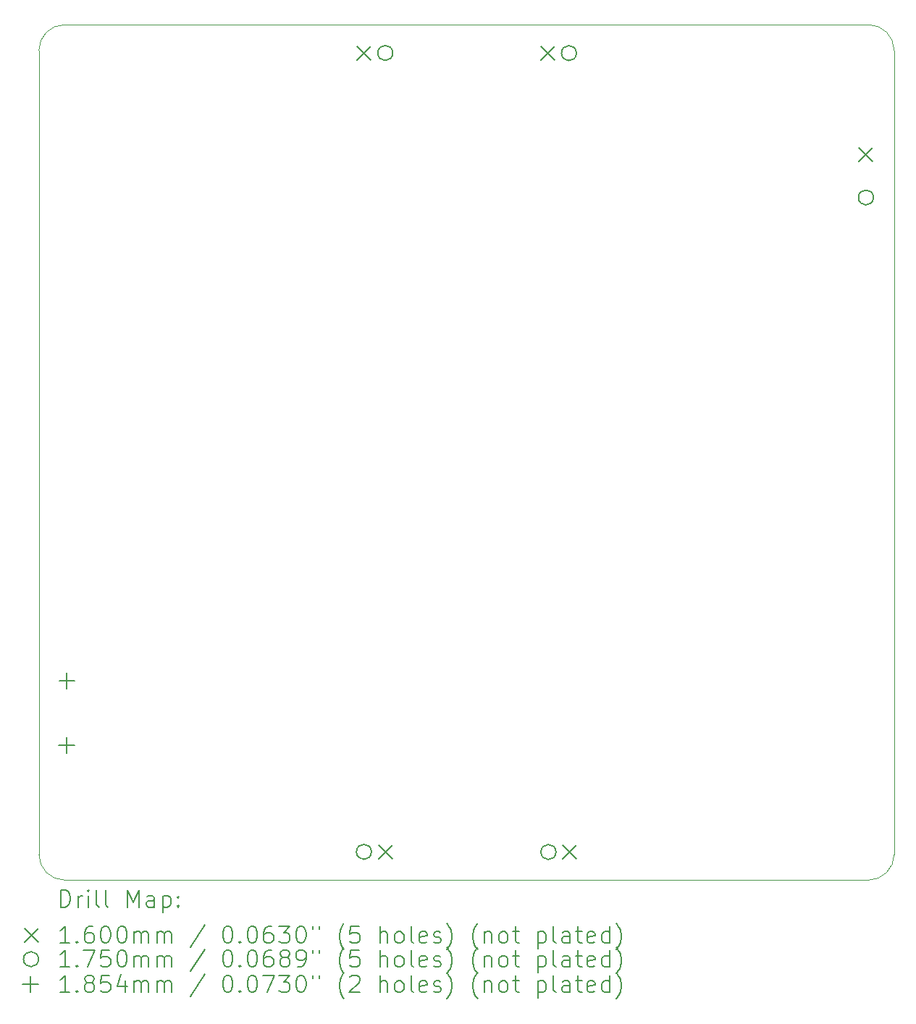
<source format=gbr>
%TF.GenerationSoftware,KiCad,Pcbnew,7.0.10*%
%TF.CreationDate,2025-07-14T05:47:37-04:00*%
%TF.ProjectId,bms-board,626d732d-626f-4617-9264-2e6b69636164,rev?*%
%TF.SameCoordinates,Original*%
%TF.FileFunction,Drillmap*%
%TF.FilePolarity,Positive*%
%FSLAX45Y45*%
G04 Gerber Fmt 4.5, Leading zero omitted, Abs format (unit mm)*
G04 Created by KiCad (PCBNEW 7.0.10) date 2025-07-14 05:47:37*
%MOMM*%
%LPD*%
G01*
G04 APERTURE LIST*
%ADD10C,0.100000*%
%ADD11C,0.200000*%
%ADD12C,0.160000*%
%ADD13C,0.175000*%
%ADD14C,0.185420*%
G04 APERTURE END LIST*
D10*
X8590000Y-14620000D02*
X8590000Y-5220000D01*
X8889933Y-4919999D02*
G75*
G03*
X8589933Y-5219933I-4J-299996D01*
G01*
X18290000Y-14920000D02*
G75*
G03*
X18590000Y-14620000I0J300000D01*
G01*
X18290000Y-14920000D02*
X8890000Y-14920000D01*
X18590000Y-5220000D02*
X18590000Y-14620000D01*
X8590000Y-14620000D02*
G75*
G03*
X8890000Y-14920000I300000J0D01*
G01*
X18590000Y-5220000D02*
G75*
G03*
X18290000Y-4920000I-300000J0D01*
G01*
X8889933Y-4920000D02*
X18290000Y-4920000D01*
D11*
D12*
X12310000Y-5170000D02*
X12470000Y-5330000D01*
X12470000Y-5170000D02*
X12310000Y-5330000D01*
X12560000Y-14510000D02*
X12720000Y-14670000D01*
X12720000Y-14510000D02*
X12560000Y-14670000D01*
X14457575Y-5172000D02*
X14617575Y-5332000D01*
X14617575Y-5172000D02*
X14457575Y-5332000D01*
X14717575Y-14512000D02*
X14877575Y-14672000D01*
X14877575Y-14512000D02*
X14717575Y-14672000D01*
X18180000Y-6360000D02*
X18340000Y-6520000D01*
X18340000Y-6360000D02*
X18180000Y-6520000D01*
D13*
X12477500Y-14590000D02*
G75*
G03*
X12302500Y-14590000I-87500J0D01*
G01*
X12302500Y-14590000D02*
G75*
G03*
X12477500Y-14590000I87500J0D01*
G01*
X12727500Y-5250000D02*
G75*
G03*
X12552500Y-5250000I-87500J0D01*
G01*
X12552500Y-5250000D02*
G75*
G03*
X12727500Y-5250000I87500J0D01*
G01*
X14635075Y-14592000D02*
G75*
G03*
X14460075Y-14592000I-87500J0D01*
G01*
X14460075Y-14592000D02*
G75*
G03*
X14635075Y-14592000I87500J0D01*
G01*
X14875075Y-5252000D02*
G75*
G03*
X14700075Y-5252000I-87500J0D01*
G01*
X14700075Y-5252000D02*
G75*
G03*
X14875075Y-5252000I87500J0D01*
G01*
X18347500Y-6940000D02*
G75*
G03*
X18172500Y-6940000I-87500J0D01*
G01*
X18172500Y-6940000D02*
G75*
G03*
X18347500Y-6940000I87500J0D01*
G01*
D14*
X8915810Y-13247290D02*
X8915810Y-13432710D01*
X8823100Y-13340000D02*
X9008520Y-13340000D01*
X8917810Y-12497290D02*
X8917810Y-12682710D01*
X8825100Y-12590000D02*
X9010520Y-12590000D01*
D11*
X8845710Y-15236484D02*
X8845710Y-15036484D01*
X8845710Y-15036484D02*
X8893329Y-15036484D01*
X8893329Y-15036484D02*
X8921901Y-15046008D01*
X8921901Y-15046008D02*
X8940948Y-15065055D01*
X8940948Y-15065055D02*
X8950472Y-15084103D01*
X8950472Y-15084103D02*
X8959996Y-15122198D01*
X8959996Y-15122198D02*
X8959996Y-15150769D01*
X8959996Y-15150769D02*
X8950472Y-15188865D01*
X8950472Y-15188865D02*
X8940948Y-15207912D01*
X8940948Y-15207912D02*
X8921901Y-15226960D01*
X8921901Y-15226960D02*
X8893329Y-15236484D01*
X8893329Y-15236484D02*
X8845710Y-15236484D01*
X9045710Y-15236484D02*
X9045710Y-15103150D01*
X9045710Y-15141246D02*
X9055234Y-15122198D01*
X9055234Y-15122198D02*
X9064758Y-15112674D01*
X9064758Y-15112674D02*
X9083805Y-15103150D01*
X9083805Y-15103150D02*
X9102853Y-15103150D01*
X9169520Y-15236484D02*
X9169520Y-15103150D01*
X9169520Y-15036484D02*
X9159996Y-15046008D01*
X9159996Y-15046008D02*
X9169520Y-15055531D01*
X9169520Y-15055531D02*
X9179044Y-15046008D01*
X9179044Y-15046008D02*
X9169520Y-15036484D01*
X9169520Y-15036484D02*
X9169520Y-15055531D01*
X9293329Y-15236484D02*
X9274282Y-15226960D01*
X9274282Y-15226960D02*
X9264758Y-15207912D01*
X9264758Y-15207912D02*
X9264758Y-15036484D01*
X9398091Y-15236484D02*
X9379044Y-15226960D01*
X9379044Y-15226960D02*
X9369520Y-15207912D01*
X9369520Y-15207912D02*
X9369520Y-15036484D01*
X9626663Y-15236484D02*
X9626663Y-15036484D01*
X9626663Y-15036484D02*
X9693329Y-15179341D01*
X9693329Y-15179341D02*
X9759996Y-15036484D01*
X9759996Y-15036484D02*
X9759996Y-15236484D01*
X9940948Y-15236484D02*
X9940948Y-15131722D01*
X9940948Y-15131722D02*
X9931425Y-15112674D01*
X9931425Y-15112674D02*
X9912377Y-15103150D01*
X9912377Y-15103150D02*
X9874282Y-15103150D01*
X9874282Y-15103150D02*
X9855234Y-15112674D01*
X9940948Y-15226960D02*
X9921901Y-15236484D01*
X9921901Y-15236484D02*
X9874282Y-15236484D01*
X9874282Y-15236484D02*
X9855234Y-15226960D01*
X9855234Y-15226960D02*
X9845710Y-15207912D01*
X9845710Y-15207912D02*
X9845710Y-15188865D01*
X9845710Y-15188865D02*
X9855234Y-15169817D01*
X9855234Y-15169817D02*
X9874282Y-15160293D01*
X9874282Y-15160293D02*
X9921901Y-15160293D01*
X9921901Y-15160293D02*
X9940948Y-15150769D01*
X10036186Y-15103150D02*
X10036186Y-15303150D01*
X10036186Y-15112674D02*
X10055234Y-15103150D01*
X10055234Y-15103150D02*
X10093329Y-15103150D01*
X10093329Y-15103150D02*
X10112377Y-15112674D01*
X10112377Y-15112674D02*
X10121901Y-15122198D01*
X10121901Y-15122198D02*
X10131425Y-15141246D01*
X10131425Y-15141246D02*
X10131425Y-15198388D01*
X10131425Y-15198388D02*
X10121901Y-15217436D01*
X10121901Y-15217436D02*
X10112377Y-15226960D01*
X10112377Y-15226960D02*
X10093329Y-15236484D01*
X10093329Y-15236484D02*
X10055234Y-15236484D01*
X10055234Y-15236484D02*
X10036186Y-15226960D01*
X10217139Y-15217436D02*
X10226663Y-15226960D01*
X10226663Y-15226960D02*
X10217139Y-15236484D01*
X10217139Y-15236484D02*
X10207615Y-15226960D01*
X10207615Y-15226960D02*
X10217139Y-15217436D01*
X10217139Y-15217436D02*
X10217139Y-15236484D01*
X10217139Y-15112674D02*
X10226663Y-15122198D01*
X10226663Y-15122198D02*
X10217139Y-15131722D01*
X10217139Y-15131722D02*
X10207615Y-15122198D01*
X10207615Y-15122198D02*
X10217139Y-15112674D01*
X10217139Y-15112674D02*
X10217139Y-15131722D01*
D12*
X8424933Y-15485000D02*
X8584933Y-15645000D01*
X8584933Y-15485000D02*
X8424933Y-15645000D01*
D11*
X8950472Y-15656484D02*
X8836186Y-15656484D01*
X8893329Y-15656484D02*
X8893329Y-15456484D01*
X8893329Y-15456484D02*
X8874282Y-15485055D01*
X8874282Y-15485055D02*
X8855234Y-15504103D01*
X8855234Y-15504103D02*
X8836186Y-15513627D01*
X9036186Y-15637436D02*
X9045710Y-15646960D01*
X9045710Y-15646960D02*
X9036186Y-15656484D01*
X9036186Y-15656484D02*
X9026663Y-15646960D01*
X9026663Y-15646960D02*
X9036186Y-15637436D01*
X9036186Y-15637436D02*
X9036186Y-15656484D01*
X9217139Y-15456484D02*
X9179044Y-15456484D01*
X9179044Y-15456484D02*
X9159996Y-15466008D01*
X9159996Y-15466008D02*
X9150472Y-15475531D01*
X9150472Y-15475531D02*
X9131425Y-15504103D01*
X9131425Y-15504103D02*
X9121901Y-15542198D01*
X9121901Y-15542198D02*
X9121901Y-15618388D01*
X9121901Y-15618388D02*
X9131425Y-15637436D01*
X9131425Y-15637436D02*
X9140948Y-15646960D01*
X9140948Y-15646960D02*
X9159996Y-15656484D01*
X9159996Y-15656484D02*
X9198091Y-15656484D01*
X9198091Y-15656484D02*
X9217139Y-15646960D01*
X9217139Y-15646960D02*
X9226663Y-15637436D01*
X9226663Y-15637436D02*
X9236186Y-15618388D01*
X9236186Y-15618388D02*
X9236186Y-15570769D01*
X9236186Y-15570769D02*
X9226663Y-15551722D01*
X9226663Y-15551722D02*
X9217139Y-15542198D01*
X9217139Y-15542198D02*
X9198091Y-15532674D01*
X9198091Y-15532674D02*
X9159996Y-15532674D01*
X9159996Y-15532674D02*
X9140948Y-15542198D01*
X9140948Y-15542198D02*
X9131425Y-15551722D01*
X9131425Y-15551722D02*
X9121901Y-15570769D01*
X9359996Y-15456484D02*
X9379044Y-15456484D01*
X9379044Y-15456484D02*
X9398091Y-15466008D01*
X9398091Y-15466008D02*
X9407615Y-15475531D01*
X9407615Y-15475531D02*
X9417139Y-15494579D01*
X9417139Y-15494579D02*
X9426663Y-15532674D01*
X9426663Y-15532674D02*
X9426663Y-15580293D01*
X9426663Y-15580293D02*
X9417139Y-15618388D01*
X9417139Y-15618388D02*
X9407615Y-15637436D01*
X9407615Y-15637436D02*
X9398091Y-15646960D01*
X9398091Y-15646960D02*
X9379044Y-15656484D01*
X9379044Y-15656484D02*
X9359996Y-15656484D01*
X9359996Y-15656484D02*
X9340948Y-15646960D01*
X9340948Y-15646960D02*
X9331425Y-15637436D01*
X9331425Y-15637436D02*
X9321901Y-15618388D01*
X9321901Y-15618388D02*
X9312377Y-15580293D01*
X9312377Y-15580293D02*
X9312377Y-15532674D01*
X9312377Y-15532674D02*
X9321901Y-15494579D01*
X9321901Y-15494579D02*
X9331425Y-15475531D01*
X9331425Y-15475531D02*
X9340948Y-15466008D01*
X9340948Y-15466008D02*
X9359996Y-15456484D01*
X9550472Y-15456484D02*
X9569520Y-15456484D01*
X9569520Y-15456484D02*
X9588567Y-15466008D01*
X9588567Y-15466008D02*
X9598091Y-15475531D01*
X9598091Y-15475531D02*
X9607615Y-15494579D01*
X9607615Y-15494579D02*
X9617139Y-15532674D01*
X9617139Y-15532674D02*
X9617139Y-15580293D01*
X9617139Y-15580293D02*
X9607615Y-15618388D01*
X9607615Y-15618388D02*
X9598091Y-15637436D01*
X9598091Y-15637436D02*
X9588567Y-15646960D01*
X9588567Y-15646960D02*
X9569520Y-15656484D01*
X9569520Y-15656484D02*
X9550472Y-15656484D01*
X9550472Y-15656484D02*
X9531425Y-15646960D01*
X9531425Y-15646960D02*
X9521901Y-15637436D01*
X9521901Y-15637436D02*
X9512377Y-15618388D01*
X9512377Y-15618388D02*
X9502853Y-15580293D01*
X9502853Y-15580293D02*
X9502853Y-15532674D01*
X9502853Y-15532674D02*
X9512377Y-15494579D01*
X9512377Y-15494579D02*
X9521901Y-15475531D01*
X9521901Y-15475531D02*
X9531425Y-15466008D01*
X9531425Y-15466008D02*
X9550472Y-15456484D01*
X9702853Y-15656484D02*
X9702853Y-15523150D01*
X9702853Y-15542198D02*
X9712377Y-15532674D01*
X9712377Y-15532674D02*
X9731425Y-15523150D01*
X9731425Y-15523150D02*
X9759996Y-15523150D01*
X9759996Y-15523150D02*
X9779044Y-15532674D01*
X9779044Y-15532674D02*
X9788567Y-15551722D01*
X9788567Y-15551722D02*
X9788567Y-15656484D01*
X9788567Y-15551722D02*
X9798091Y-15532674D01*
X9798091Y-15532674D02*
X9817139Y-15523150D01*
X9817139Y-15523150D02*
X9845710Y-15523150D01*
X9845710Y-15523150D02*
X9864758Y-15532674D01*
X9864758Y-15532674D02*
X9874282Y-15551722D01*
X9874282Y-15551722D02*
X9874282Y-15656484D01*
X9969520Y-15656484D02*
X9969520Y-15523150D01*
X9969520Y-15542198D02*
X9979044Y-15532674D01*
X9979044Y-15532674D02*
X9998091Y-15523150D01*
X9998091Y-15523150D02*
X10026663Y-15523150D01*
X10026663Y-15523150D02*
X10045710Y-15532674D01*
X10045710Y-15532674D02*
X10055234Y-15551722D01*
X10055234Y-15551722D02*
X10055234Y-15656484D01*
X10055234Y-15551722D02*
X10064758Y-15532674D01*
X10064758Y-15532674D02*
X10083806Y-15523150D01*
X10083806Y-15523150D02*
X10112377Y-15523150D01*
X10112377Y-15523150D02*
X10131425Y-15532674D01*
X10131425Y-15532674D02*
X10140948Y-15551722D01*
X10140948Y-15551722D02*
X10140948Y-15656484D01*
X10531425Y-15446960D02*
X10359996Y-15704103D01*
X10788568Y-15456484D02*
X10807615Y-15456484D01*
X10807615Y-15456484D02*
X10826663Y-15466008D01*
X10826663Y-15466008D02*
X10836187Y-15475531D01*
X10836187Y-15475531D02*
X10845710Y-15494579D01*
X10845710Y-15494579D02*
X10855234Y-15532674D01*
X10855234Y-15532674D02*
X10855234Y-15580293D01*
X10855234Y-15580293D02*
X10845710Y-15618388D01*
X10845710Y-15618388D02*
X10836187Y-15637436D01*
X10836187Y-15637436D02*
X10826663Y-15646960D01*
X10826663Y-15646960D02*
X10807615Y-15656484D01*
X10807615Y-15656484D02*
X10788568Y-15656484D01*
X10788568Y-15656484D02*
X10769520Y-15646960D01*
X10769520Y-15646960D02*
X10759996Y-15637436D01*
X10759996Y-15637436D02*
X10750472Y-15618388D01*
X10750472Y-15618388D02*
X10740949Y-15580293D01*
X10740949Y-15580293D02*
X10740949Y-15532674D01*
X10740949Y-15532674D02*
X10750472Y-15494579D01*
X10750472Y-15494579D02*
X10759996Y-15475531D01*
X10759996Y-15475531D02*
X10769520Y-15466008D01*
X10769520Y-15466008D02*
X10788568Y-15456484D01*
X10940949Y-15637436D02*
X10950472Y-15646960D01*
X10950472Y-15646960D02*
X10940949Y-15656484D01*
X10940949Y-15656484D02*
X10931425Y-15646960D01*
X10931425Y-15646960D02*
X10940949Y-15637436D01*
X10940949Y-15637436D02*
X10940949Y-15656484D01*
X11074282Y-15456484D02*
X11093330Y-15456484D01*
X11093330Y-15456484D02*
X11112377Y-15466008D01*
X11112377Y-15466008D02*
X11121901Y-15475531D01*
X11121901Y-15475531D02*
X11131425Y-15494579D01*
X11131425Y-15494579D02*
X11140949Y-15532674D01*
X11140949Y-15532674D02*
X11140949Y-15580293D01*
X11140949Y-15580293D02*
X11131425Y-15618388D01*
X11131425Y-15618388D02*
X11121901Y-15637436D01*
X11121901Y-15637436D02*
X11112377Y-15646960D01*
X11112377Y-15646960D02*
X11093330Y-15656484D01*
X11093330Y-15656484D02*
X11074282Y-15656484D01*
X11074282Y-15656484D02*
X11055234Y-15646960D01*
X11055234Y-15646960D02*
X11045710Y-15637436D01*
X11045710Y-15637436D02*
X11036187Y-15618388D01*
X11036187Y-15618388D02*
X11026663Y-15580293D01*
X11026663Y-15580293D02*
X11026663Y-15532674D01*
X11026663Y-15532674D02*
X11036187Y-15494579D01*
X11036187Y-15494579D02*
X11045710Y-15475531D01*
X11045710Y-15475531D02*
X11055234Y-15466008D01*
X11055234Y-15466008D02*
X11074282Y-15456484D01*
X11312377Y-15456484D02*
X11274282Y-15456484D01*
X11274282Y-15456484D02*
X11255234Y-15466008D01*
X11255234Y-15466008D02*
X11245710Y-15475531D01*
X11245710Y-15475531D02*
X11226663Y-15504103D01*
X11226663Y-15504103D02*
X11217139Y-15542198D01*
X11217139Y-15542198D02*
X11217139Y-15618388D01*
X11217139Y-15618388D02*
X11226663Y-15637436D01*
X11226663Y-15637436D02*
X11236187Y-15646960D01*
X11236187Y-15646960D02*
X11255234Y-15656484D01*
X11255234Y-15656484D02*
X11293329Y-15656484D01*
X11293329Y-15656484D02*
X11312377Y-15646960D01*
X11312377Y-15646960D02*
X11321901Y-15637436D01*
X11321901Y-15637436D02*
X11331425Y-15618388D01*
X11331425Y-15618388D02*
X11331425Y-15570769D01*
X11331425Y-15570769D02*
X11321901Y-15551722D01*
X11321901Y-15551722D02*
X11312377Y-15542198D01*
X11312377Y-15542198D02*
X11293329Y-15532674D01*
X11293329Y-15532674D02*
X11255234Y-15532674D01*
X11255234Y-15532674D02*
X11236187Y-15542198D01*
X11236187Y-15542198D02*
X11226663Y-15551722D01*
X11226663Y-15551722D02*
X11217139Y-15570769D01*
X11398091Y-15456484D02*
X11521901Y-15456484D01*
X11521901Y-15456484D02*
X11455234Y-15532674D01*
X11455234Y-15532674D02*
X11483806Y-15532674D01*
X11483806Y-15532674D02*
X11502853Y-15542198D01*
X11502853Y-15542198D02*
X11512377Y-15551722D01*
X11512377Y-15551722D02*
X11521901Y-15570769D01*
X11521901Y-15570769D02*
X11521901Y-15618388D01*
X11521901Y-15618388D02*
X11512377Y-15637436D01*
X11512377Y-15637436D02*
X11502853Y-15646960D01*
X11502853Y-15646960D02*
X11483806Y-15656484D01*
X11483806Y-15656484D02*
X11426663Y-15656484D01*
X11426663Y-15656484D02*
X11407615Y-15646960D01*
X11407615Y-15646960D02*
X11398091Y-15637436D01*
X11645710Y-15456484D02*
X11664758Y-15456484D01*
X11664758Y-15456484D02*
X11683806Y-15466008D01*
X11683806Y-15466008D02*
X11693329Y-15475531D01*
X11693329Y-15475531D02*
X11702853Y-15494579D01*
X11702853Y-15494579D02*
X11712377Y-15532674D01*
X11712377Y-15532674D02*
X11712377Y-15580293D01*
X11712377Y-15580293D02*
X11702853Y-15618388D01*
X11702853Y-15618388D02*
X11693329Y-15637436D01*
X11693329Y-15637436D02*
X11683806Y-15646960D01*
X11683806Y-15646960D02*
X11664758Y-15656484D01*
X11664758Y-15656484D02*
X11645710Y-15656484D01*
X11645710Y-15656484D02*
X11626663Y-15646960D01*
X11626663Y-15646960D02*
X11617139Y-15637436D01*
X11617139Y-15637436D02*
X11607615Y-15618388D01*
X11607615Y-15618388D02*
X11598091Y-15580293D01*
X11598091Y-15580293D02*
X11598091Y-15532674D01*
X11598091Y-15532674D02*
X11607615Y-15494579D01*
X11607615Y-15494579D02*
X11617139Y-15475531D01*
X11617139Y-15475531D02*
X11626663Y-15466008D01*
X11626663Y-15466008D02*
X11645710Y-15456484D01*
X11788568Y-15456484D02*
X11788568Y-15494579D01*
X11864758Y-15456484D02*
X11864758Y-15494579D01*
X12159996Y-15732674D02*
X12150472Y-15723150D01*
X12150472Y-15723150D02*
X12131425Y-15694579D01*
X12131425Y-15694579D02*
X12121901Y-15675531D01*
X12121901Y-15675531D02*
X12112377Y-15646960D01*
X12112377Y-15646960D02*
X12102853Y-15599341D01*
X12102853Y-15599341D02*
X12102853Y-15561246D01*
X12102853Y-15561246D02*
X12112377Y-15513627D01*
X12112377Y-15513627D02*
X12121901Y-15485055D01*
X12121901Y-15485055D02*
X12131425Y-15466008D01*
X12131425Y-15466008D02*
X12150472Y-15437436D01*
X12150472Y-15437436D02*
X12159996Y-15427912D01*
X12331425Y-15456484D02*
X12236187Y-15456484D01*
X12236187Y-15456484D02*
X12226663Y-15551722D01*
X12226663Y-15551722D02*
X12236187Y-15542198D01*
X12236187Y-15542198D02*
X12255234Y-15532674D01*
X12255234Y-15532674D02*
X12302853Y-15532674D01*
X12302853Y-15532674D02*
X12321901Y-15542198D01*
X12321901Y-15542198D02*
X12331425Y-15551722D01*
X12331425Y-15551722D02*
X12340949Y-15570769D01*
X12340949Y-15570769D02*
X12340949Y-15618388D01*
X12340949Y-15618388D02*
X12331425Y-15637436D01*
X12331425Y-15637436D02*
X12321901Y-15646960D01*
X12321901Y-15646960D02*
X12302853Y-15656484D01*
X12302853Y-15656484D02*
X12255234Y-15656484D01*
X12255234Y-15656484D02*
X12236187Y-15646960D01*
X12236187Y-15646960D02*
X12226663Y-15637436D01*
X12579044Y-15656484D02*
X12579044Y-15456484D01*
X12664758Y-15656484D02*
X12664758Y-15551722D01*
X12664758Y-15551722D02*
X12655234Y-15532674D01*
X12655234Y-15532674D02*
X12636187Y-15523150D01*
X12636187Y-15523150D02*
X12607615Y-15523150D01*
X12607615Y-15523150D02*
X12588568Y-15532674D01*
X12588568Y-15532674D02*
X12579044Y-15542198D01*
X12788568Y-15656484D02*
X12769520Y-15646960D01*
X12769520Y-15646960D02*
X12759996Y-15637436D01*
X12759996Y-15637436D02*
X12750472Y-15618388D01*
X12750472Y-15618388D02*
X12750472Y-15561246D01*
X12750472Y-15561246D02*
X12759996Y-15542198D01*
X12759996Y-15542198D02*
X12769520Y-15532674D01*
X12769520Y-15532674D02*
X12788568Y-15523150D01*
X12788568Y-15523150D02*
X12817139Y-15523150D01*
X12817139Y-15523150D02*
X12836187Y-15532674D01*
X12836187Y-15532674D02*
X12845711Y-15542198D01*
X12845711Y-15542198D02*
X12855234Y-15561246D01*
X12855234Y-15561246D02*
X12855234Y-15618388D01*
X12855234Y-15618388D02*
X12845711Y-15637436D01*
X12845711Y-15637436D02*
X12836187Y-15646960D01*
X12836187Y-15646960D02*
X12817139Y-15656484D01*
X12817139Y-15656484D02*
X12788568Y-15656484D01*
X12969520Y-15656484D02*
X12950472Y-15646960D01*
X12950472Y-15646960D02*
X12940949Y-15627912D01*
X12940949Y-15627912D02*
X12940949Y-15456484D01*
X13121901Y-15646960D02*
X13102853Y-15656484D01*
X13102853Y-15656484D02*
X13064758Y-15656484D01*
X13064758Y-15656484D02*
X13045711Y-15646960D01*
X13045711Y-15646960D02*
X13036187Y-15627912D01*
X13036187Y-15627912D02*
X13036187Y-15551722D01*
X13036187Y-15551722D02*
X13045711Y-15532674D01*
X13045711Y-15532674D02*
X13064758Y-15523150D01*
X13064758Y-15523150D02*
X13102853Y-15523150D01*
X13102853Y-15523150D02*
X13121901Y-15532674D01*
X13121901Y-15532674D02*
X13131425Y-15551722D01*
X13131425Y-15551722D02*
X13131425Y-15570769D01*
X13131425Y-15570769D02*
X13036187Y-15589817D01*
X13207615Y-15646960D02*
X13226663Y-15656484D01*
X13226663Y-15656484D02*
X13264758Y-15656484D01*
X13264758Y-15656484D02*
X13283806Y-15646960D01*
X13283806Y-15646960D02*
X13293330Y-15627912D01*
X13293330Y-15627912D02*
X13293330Y-15618388D01*
X13293330Y-15618388D02*
X13283806Y-15599341D01*
X13283806Y-15599341D02*
X13264758Y-15589817D01*
X13264758Y-15589817D02*
X13236187Y-15589817D01*
X13236187Y-15589817D02*
X13217139Y-15580293D01*
X13217139Y-15580293D02*
X13207615Y-15561246D01*
X13207615Y-15561246D02*
X13207615Y-15551722D01*
X13207615Y-15551722D02*
X13217139Y-15532674D01*
X13217139Y-15532674D02*
X13236187Y-15523150D01*
X13236187Y-15523150D02*
X13264758Y-15523150D01*
X13264758Y-15523150D02*
X13283806Y-15532674D01*
X13359996Y-15732674D02*
X13369520Y-15723150D01*
X13369520Y-15723150D02*
X13388568Y-15694579D01*
X13388568Y-15694579D02*
X13398092Y-15675531D01*
X13398092Y-15675531D02*
X13407615Y-15646960D01*
X13407615Y-15646960D02*
X13417139Y-15599341D01*
X13417139Y-15599341D02*
X13417139Y-15561246D01*
X13417139Y-15561246D02*
X13407615Y-15513627D01*
X13407615Y-15513627D02*
X13398092Y-15485055D01*
X13398092Y-15485055D02*
X13388568Y-15466008D01*
X13388568Y-15466008D02*
X13369520Y-15437436D01*
X13369520Y-15437436D02*
X13359996Y-15427912D01*
X13721901Y-15732674D02*
X13712377Y-15723150D01*
X13712377Y-15723150D02*
X13693330Y-15694579D01*
X13693330Y-15694579D02*
X13683806Y-15675531D01*
X13683806Y-15675531D02*
X13674282Y-15646960D01*
X13674282Y-15646960D02*
X13664758Y-15599341D01*
X13664758Y-15599341D02*
X13664758Y-15561246D01*
X13664758Y-15561246D02*
X13674282Y-15513627D01*
X13674282Y-15513627D02*
X13683806Y-15485055D01*
X13683806Y-15485055D02*
X13693330Y-15466008D01*
X13693330Y-15466008D02*
X13712377Y-15437436D01*
X13712377Y-15437436D02*
X13721901Y-15427912D01*
X13798092Y-15523150D02*
X13798092Y-15656484D01*
X13798092Y-15542198D02*
X13807615Y-15532674D01*
X13807615Y-15532674D02*
X13826663Y-15523150D01*
X13826663Y-15523150D02*
X13855234Y-15523150D01*
X13855234Y-15523150D02*
X13874282Y-15532674D01*
X13874282Y-15532674D02*
X13883806Y-15551722D01*
X13883806Y-15551722D02*
X13883806Y-15656484D01*
X14007615Y-15656484D02*
X13988568Y-15646960D01*
X13988568Y-15646960D02*
X13979044Y-15637436D01*
X13979044Y-15637436D02*
X13969520Y-15618388D01*
X13969520Y-15618388D02*
X13969520Y-15561246D01*
X13969520Y-15561246D02*
X13979044Y-15542198D01*
X13979044Y-15542198D02*
X13988568Y-15532674D01*
X13988568Y-15532674D02*
X14007615Y-15523150D01*
X14007615Y-15523150D02*
X14036187Y-15523150D01*
X14036187Y-15523150D02*
X14055234Y-15532674D01*
X14055234Y-15532674D02*
X14064758Y-15542198D01*
X14064758Y-15542198D02*
X14074282Y-15561246D01*
X14074282Y-15561246D02*
X14074282Y-15618388D01*
X14074282Y-15618388D02*
X14064758Y-15637436D01*
X14064758Y-15637436D02*
X14055234Y-15646960D01*
X14055234Y-15646960D02*
X14036187Y-15656484D01*
X14036187Y-15656484D02*
X14007615Y-15656484D01*
X14131425Y-15523150D02*
X14207615Y-15523150D01*
X14159996Y-15456484D02*
X14159996Y-15627912D01*
X14159996Y-15627912D02*
X14169520Y-15646960D01*
X14169520Y-15646960D02*
X14188568Y-15656484D01*
X14188568Y-15656484D02*
X14207615Y-15656484D01*
X14426663Y-15523150D02*
X14426663Y-15723150D01*
X14426663Y-15532674D02*
X14445711Y-15523150D01*
X14445711Y-15523150D02*
X14483806Y-15523150D01*
X14483806Y-15523150D02*
X14502854Y-15532674D01*
X14502854Y-15532674D02*
X14512377Y-15542198D01*
X14512377Y-15542198D02*
X14521901Y-15561246D01*
X14521901Y-15561246D02*
X14521901Y-15618388D01*
X14521901Y-15618388D02*
X14512377Y-15637436D01*
X14512377Y-15637436D02*
X14502854Y-15646960D01*
X14502854Y-15646960D02*
X14483806Y-15656484D01*
X14483806Y-15656484D02*
X14445711Y-15656484D01*
X14445711Y-15656484D02*
X14426663Y-15646960D01*
X14636187Y-15656484D02*
X14617139Y-15646960D01*
X14617139Y-15646960D02*
X14607615Y-15627912D01*
X14607615Y-15627912D02*
X14607615Y-15456484D01*
X14798092Y-15656484D02*
X14798092Y-15551722D01*
X14798092Y-15551722D02*
X14788568Y-15532674D01*
X14788568Y-15532674D02*
X14769520Y-15523150D01*
X14769520Y-15523150D02*
X14731425Y-15523150D01*
X14731425Y-15523150D02*
X14712377Y-15532674D01*
X14798092Y-15646960D02*
X14779044Y-15656484D01*
X14779044Y-15656484D02*
X14731425Y-15656484D01*
X14731425Y-15656484D02*
X14712377Y-15646960D01*
X14712377Y-15646960D02*
X14702854Y-15627912D01*
X14702854Y-15627912D02*
X14702854Y-15608865D01*
X14702854Y-15608865D02*
X14712377Y-15589817D01*
X14712377Y-15589817D02*
X14731425Y-15580293D01*
X14731425Y-15580293D02*
X14779044Y-15580293D01*
X14779044Y-15580293D02*
X14798092Y-15570769D01*
X14864758Y-15523150D02*
X14940949Y-15523150D01*
X14893330Y-15456484D02*
X14893330Y-15627912D01*
X14893330Y-15627912D02*
X14902854Y-15646960D01*
X14902854Y-15646960D02*
X14921901Y-15656484D01*
X14921901Y-15656484D02*
X14940949Y-15656484D01*
X15083806Y-15646960D02*
X15064758Y-15656484D01*
X15064758Y-15656484D02*
X15026663Y-15656484D01*
X15026663Y-15656484D02*
X15007615Y-15646960D01*
X15007615Y-15646960D02*
X14998092Y-15627912D01*
X14998092Y-15627912D02*
X14998092Y-15551722D01*
X14998092Y-15551722D02*
X15007615Y-15532674D01*
X15007615Y-15532674D02*
X15026663Y-15523150D01*
X15026663Y-15523150D02*
X15064758Y-15523150D01*
X15064758Y-15523150D02*
X15083806Y-15532674D01*
X15083806Y-15532674D02*
X15093330Y-15551722D01*
X15093330Y-15551722D02*
X15093330Y-15570769D01*
X15093330Y-15570769D02*
X14998092Y-15589817D01*
X15264758Y-15656484D02*
X15264758Y-15456484D01*
X15264758Y-15646960D02*
X15245711Y-15656484D01*
X15245711Y-15656484D02*
X15207615Y-15656484D01*
X15207615Y-15656484D02*
X15188568Y-15646960D01*
X15188568Y-15646960D02*
X15179044Y-15637436D01*
X15179044Y-15637436D02*
X15169520Y-15618388D01*
X15169520Y-15618388D02*
X15169520Y-15561246D01*
X15169520Y-15561246D02*
X15179044Y-15542198D01*
X15179044Y-15542198D02*
X15188568Y-15532674D01*
X15188568Y-15532674D02*
X15207615Y-15523150D01*
X15207615Y-15523150D02*
X15245711Y-15523150D01*
X15245711Y-15523150D02*
X15264758Y-15532674D01*
X15340949Y-15732674D02*
X15350473Y-15723150D01*
X15350473Y-15723150D02*
X15369520Y-15694579D01*
X15369520Y-15694579D02*
X15379044Y-15675531D01*
X15379044Y-15675531D02*
X15388568Y-15646960D01*
X15388568Y-15646960D02*
X15398092Y-15599341D01*
X15398092Y-15599341D02*
X15398092Y-15561246D01*
X15398092Y-15561246D02*
X15388568Y-15513627D01*
X15388568Y-15513627D02*
X15379044Y-15485055D01*
X15379044Y-15485055D02*
X15369520Y-15466008D01*
X15369520Y-15466008D02*
X15350473Y-15437436D01*
X15350473Y-15437436D02*
X15340949Y-15427912D01*
D13*
X8584933Y-15845000D02*
G75*
G03*
X8409933Y-15845000I-87500J0D01*
G01*
X8409933Y-15845000D02*
G75*
G03*
X8584933Y-15845000I87500J0D01*
G01*
D11*
X8950472Y-15936484D02*
X8836186Y-15936484D01*
X8893329Y-15936484D02*
X8893329Y-15736484D01*
X8893329Y-15736484D02*
X8874282Y-15765055D01*
X8874282Y-15765055D02*
X8855234Y-15784103D01*
X8855234Y-15784103D02*
X8836186Y-15793627D01*
X9036186Y-15917436D02*
X9045710Y-15926960D01*
X9045710Y-15926960D02*
X9036186Y-15936484D01*
X9036186Y-15936484D02*
X9026663Y-15926960D01*
X9026663Y-15926960D02*
X9036186Y-15917436D01*
X9036186Y-15917436D02*
X9036186Y-15936484D01*
X9112377Y-15736484D02*
X9245710Y-15736484D01*
X9245710Y-15736484D02*
X9159996Y-15936484D01*
X9417139Y-15736484D02*
X9321901Y-15736484D01*
X9321901Y-15736484D02*
X9312377Y-15831722D01*
X9312377Y-15831722D02*
X9321901Y-15822198D01*
X9321901Y-15822198D02*
X9340948Y-15812674D01*
X9340948Y-15812674D02*
X9388567Y-15812674D01*
X9388567Y-15812674D02*
X9407615Y-15822198D01*
X9407615Y-15822198D02*
X9417139Y-15831722D01*
X9417139Y-15831722D02*
X9426663Y-15850769D01*
X9426663Y-15850769D02*
X9426663Y-15898388D01*
X9426663Y-15898388D02*
X9417139Y-15917436D01*
X9417139Y-15917436D02*
X9407615Y-15926960D01*
X9407615Y-15926960D02*
X9388567Y-15936484D01*
X9388567Y-15936484D02*
X9340948Y-15936484D01*
X9340948Y-15936484D02*
X9321901Y-15926960D01*
X9321901Y-15926960D02*
X9312377Y-15917436D01*
X9550472Y-15736484D02*
X9569520Y-15736484D01*
X9569520Y-15736484D02*
X9588567Y-15746008D01*
X9588567Y-15746008D02*
X9598091Y-15755531D01*
X9598091Y-15755531D02*
X9607615Y-15774579D01*
X9607615Y-15774579D02*
X9617139Y-15812674D01*
X9617139Y-15812674D02*
X9617139Y-15860293D01*
X9617139Y-15860293D02*
X9607615Y-15898388D01*
X9607615Y-15898388D02*
X9598091Y-15917436D01*
X9598091Y-15917436D02*
X9588567Y-15926960D01*
X9588567Y-15926960D02*
X9569520Y-15936484D01*
X9569520Y-15936484D02*
X9550472Y-15936484D01*
X9550472Y-15936484D02*
X9531425Y-15926960D01*
X9531425Y-15926960D02*
X9521901Y-15917436D01*
X9521901Y-15917436D02*
X9512377Y-15898388D01*
X9512377Y-15898388D02*
X9502853Y-15860293D01*
X9502853Y-15860293D02*
X9502853Y-15812674D01*
X9502853Y-15812674D02*
X9512377Y-15774579D01*
X9512377Y-15774579D02*
X9521901Y-15755531D01*
X9521901Y-15755531D02*
X9531425Y-15746008D01*
X9531425Y-15746008D02*
X9550472Y-15736484D01*
X9702853Y-15936484D02*
X9702853Y-15803150D01*
X9702853Y-15822198D02*
X9712377Y-15812674D01*
X9712377Y-15812674D02*
X9731425Y-15803150D01*
X9731425Y-15803150D02*
X9759996Y-15803150D01*
X9759996Y-15803150D02*
X9779044Y-15812674D01*
X9779044Y-15812674D02*
X9788567Y-15831722D01*
X9788567Y-15831722D02*
X9788567Y-15936484D01*
X9788567Y-15831722D02*
X9798091Y-15812674D01*
X9798091Y-15812674D02*
X9817139Y-15803150D01*
X9817139Y-15803150D02*
X9845710Y-15803150D01*
X9845710Y-15803150D02*
X9864758Y-15812674D01*
X9864758Y-15812674D02*
X9874282Y-15831722D01*
X9874282Y-15831722D02*
X9874282Y-15936484D01*
X9969520Y-15936484D02*
X9969520Y-15803150D01*
X9969520Y-15822198D02*
X9979044Y-15812674D01*
X9979044Y-15812674D02*
X9998091Y-15803150D01*
X9998091Y-15803150D02*
X10026663Y-15803150D01*
X10026663Y-15803150D02*
X10045710Y-15812674D01*
X10045710Y-15812674D02*
X10055234Y-15831722D01*
X10055234Y-15831722D02*
X10055234Y-15936484D01*
X10055234Y-15831722D02*
X10064758Y-15812674D01*
X10064758Y-15812674D02*
X10083806Y-15803150D01*
X10083806Y-15803150D02*
X10112377Y-15803150D01*
X10112377Y-15803150D02*
X10131425Y-15812674D01*
X10131425Y-15812674D02*
X10140948Y-15831722D01*
X10140948Y-15831722D02*
X10140948Y-15936484D01*
X10531425Y-15726960D02*
X10359996Y-15984103D01*
X10788568Y-15736484D02*
X10807615Y-15736484D01*
X10807615Y-15736484D02*
X10826663Y-15746008D01*
X10826663Y-15746008D02*
X10836187Y-15755531D01*
X10836187Y-15755531D02*
X10845710Y-15774579D01*
X10845710Y-15774579D02*
X10855234Y-15812674D01*
X10855234Y-15812674D02*
X10855234Y-15860293D01*
X10855234Y-15860293D02*
X10845710Y-15898388D01*
X10845710Y-15898388D02*
X10836187Y-15917436D01*
X10836187Y-15917436D02*
X10826663Y-15926960D01*
X10826663Y-15926960D02*
X10807615Y-15936484D01*
X10807615Y-15936484D02*
X10788568Y-15936484D01*
X10788568Y-15936484D02*
X10769520Y-15926960D01*
X10769520Y-15926960D02*
X10759996Y-15917436D01*
X10759996Y-15917436D02*
X10750472Y-15898388D01*
X10750472Y-15898388D02*
X10740949Y-15860293D01*
X10740949Y-15860293D02*
X10740949Y-15812674D01*
X10740949Y-15812674D02*
X10750472Y-15774579D01*
X10750472Y-15774579D02*
X10759996Y-15755531D01*
X10759996Y-15755531D02*
X10769520Y-15746008D01*
X10769520Y-15746008D02*
X10788568Y-15736484D01*
X10940949Y-15917436D02*
X10950472Y-15926960D01*
X10950472Y-15926960D02*
X10940949Y-15936484D01*
X10940949Y-15936484D02*
X10931425Y-15926960D01*
X10931425Y-15926960D02*
X10940949Y-15917436D01*
X10940949Y-15917436D02*
X10940949Y-15936484D01*
X11074282Y-15736484D02*
X11093330Y-15736484D01*
X11093330Y-15736484D02*
X11112377Y-15746008D01*
X11112377Y-15746008D02*
X11121901Y-15755531D01*
X11121901Y-15755531D02*
X11131425Y-15774579D01*
X11131425Y-15774579D02*
X11140949Y-15812674D01*
X11140949Y-15812674D02*
X11140949Y-15860293D01*
X11140949Y-15860293D02*
X11131425Y-15898388D01*
X11131425Y-15898388D02*
X11121901Y-15917436D01*
X11121901Y-15917436D02*
X11112377Y-15926960D01*
X11112377Y-15926960D02*
X11093330Y-15936484D01*
X11093330Y-15936484D02*
X11074282Y-15936484D01*
X11074282Y-15936484D02*
X11055234Y-15926960D01*
X11055234Y-15926960D02*
X11045710Y-15917436D01*
X11045710Y-15917436D02*
X11036187Y-15898388D01*
X11036187Y-15898388D02*
X11026663Y-15860293D01*
X11026663Y-15860293D02*
X11026663Y-15812674D01*
X11026663Y-15812674D02*
X11036187Y-15774579D01*
X11036187Y-15774579D02*
X11045710Y-15755531D01*
X11045710Y-15755531D02*
X11055234Y-15746008D01*
X11055234Y-15746008D02*
X11074282Y-15736484D01*
X11312377Y-15736484D02*
X11274282Y-15736484D01*
X11274282Y-15736484D02*
X11255234Y-15746008D01*
X11255234Y-15746008D02*
X11245710Y-15755531D01*
X11245710Y-15755531D02*
X11226663Y-15784103D01*
X11226663Y-15784103D02*
X11217139Y-15822198D01*
X11217139Y-15822198D02*
X11217139Y-15898388D01*
X11217139Y-15898388D02*
X11226663Y-15917436D01*
X11226663Y-15917436D02*
X11236187Y-15926960D01*
X11236187Y-15926960D02*
X11255234Y-15936484D01*
X11255234Y-15936484D02*
X11293329Y-15936484D01*
X11293329Y-15936484D02*
X11312377Y-15926960D01*
X11312377Y-15926960D02*
X11321901Y-15917436D01*
X11321901Y-15917436D02*
X11331425Y-15898388D01*
X11331425Y-15898388D02*
X11331425Y-15850769D01*
X11331425Y-15850769D02*
X11321901Y-15831722D01*
X11321901Y-15831722D02*
X11312377Y-15822198D01*
X11312377Y-15822198D02*
X11293329Y-15812674D01*
X11293329Y-15812674D02*
X11255234Y-15812674D01*
X11255234Y-15812674D02*
X11236187Y-15822198D01*
X11236187Y-15822198D02*
X11226663Y-15831722D01*
X11226663Y-15831722D02*
X11217139Y-15850769D01*
X11445710Y-15822198D02*
X11426663Y-15812674D01*
X11426663Y-15812674D02*
X11417139Y-15803150D01*
X11417139Y-15803150D02*
X11407615Y-15784103D01*
X11407615Y-15784103D02*
X11407615Y-15774579D01*
X11407615Y-15774579D02*
X11417139Y-15755531D01*
X11417139Y-15755531D02*
X11426663Y-15746008D01*
X11426663Y-15746008D02*
X11445710Y-15736484D01*
X11445710Y-15736484D02*
X11483806Y-15736484D01*
X11483806Y-15736484D02*
X11502853Y-15746008D01*
X11502853Y-15746008D02*
X11512377Y-15755531D01*
X11512377Y-15755531D02*
X11521901Y-15774579D01*
X11521901Y-15774579D02*
X11521901Y-15784103D01*
X11521901Y-15784103D02*
X11512377Y-15803150D01*
X11512377Y-15803150D02*
X11502853Y-15812674D01*
X11502853Y-15812674D02*
X11483806Y-15822198D01*
X11483806Y-15822198D02*
X11445710Y-15822198D01*
X11445710Y-15822198D02*
X11426663Y-15831722D01*
X11426663Y-15831722D02*
X11417139Y-15841246D01*
X11417139Y-15841246D02*
X11407615Y-15860293D01*
X11407615Y-15860293D02*
X11407615Y-15898388D01*
X11407615Y-15898388D02*
X11417139Y-15917436D01*
X11417139Y-15917436D02*
X11426663Y-15926960D01*
X11426663Y-15926960D02*
X11445710Y-15936484D01*
X11445710Y-15936484D02*
X11483806Y-15936484D01*
X11483806Y-15936484D02*
X11502853Y-15926960D01*
X11502853Y-15926960D02*
X11512377Y-15917436D01*
X11512377Y-15917436D02*
X11521901Y-15898388D01*
X11521901Y-15898388D02*
X11521901Y-15860293D01*
X11521901Y-15860293D02*
X11512377Y-15841246D01*
X11512377Y-15841246D02*
X11502853Y-15831722D01*
X11502853Y-15831722D02*
X11483806Y-15822198D01*
X11617139Y-15936484D02*
X11655234Y-15936484D01*
X11655234Y-15936484D02*
X11674282Y-15926960D01*
X11674282Y-15926960D02*
X11683806Y-15917436D01*
X11683806Y-15917436D02*
X11702853Y-15888865D01*
X11702853Y-15888865D02*
X11712377Y-15850769D01*
X11712377Y-15850769D02*
X11712377Y-15774579D01*
X11712377Y-15774579D02*
X11702853Y-15755531D01*
X11702853Y-15755531D02*
X11693329Y-15746008D01*
X11693329Y-15746008D02*
X11674282Y-15736484D01*
X11674282Y-15736484D02*
X11636187Y-15736484D01*
X11636187Y-15736484D02*
X11617139Y-15746008D01*
X11617139Y-15746008D02*
X11607615Y-15755531D01*
X11607615Y-15755531D02*
X11598091Y-15774579D01*
X11598091Y-15774579D02*
X11598091Y-15822198D01*
X11598091Y-15822198D02*
X11607615Y-15841246D01*
X11607615Y-15841246D02*
X11617139Y-15850769D01*
X11617139Y-15850769D02*
X11636187Y-15860293D01*
X11636187Y-15860293D02*
X11674282Y-15860293D01*
X11674282Y-15860293D02*
X11693329Y-15850769D01*
X11693329Y-15850769D02*
X11702853Y-15841246D01*
X11702853Y-15841246D02*
X11712377Y-15822198D01*
X11788568Y-15736484D02*
X11788568Y-15774579D01*
X11864758Y-15736484D02*
X11864758Y-15774579D01*
X12159996Y-16012674D02*
X12150472Y-16003150D01*
X12150472Y-16003150D02*
X12131425Y-15974579D01*
X12131425Y-15974579D02*
X12121901Y-15955531D01*
X12121901Y-15955531D02*
X12112377Y-15926960D01*
X12112377Y-15926960D02*
X12102853Y-15879341D01*
X12102853Y-15879341D02*
X12102853Y-15841246D01*
X12102853Y-15841246D02*
X12112377Y-15793627D01*
X12112377Y-15793627D02*
X12121901Y-15765055D01*
X12121901Y-15765055D02*
X12131425Y-15746008D01*
X12131425Y-15746008D02*
X12150472Y-15717436D01*
X12150472Y-15717436D02*
X12159996Y-15707912D01*
X12331425Y-15736484D02*
X12236187Y-15736484D01*
X12236187Y-15736484D02*
X12226663Y-15831722D01*
X12226663Y-15831722D02*
X12236187Y-15822198D01*
X12236187Y-15822198D02*
X12255234Y-15812674D01*
X12255234Y-15812674D02*
X12302853Y-15812674D01*
X12302853Y-15812674D02*
X12321901Y-15822198D01*
X12321901Y-15822198D02*
X12331425Y-15831722D01*
X12331425Y-15831722D02*
X12340949Y-15850769D01*
X12340949Y-15850769D02*
X12340949Y-15898388D01*
X12340949Y-15898388D02*
X12331425Y-15917436D01*
X12331425Y-15917436D02*
X12321901Y-15926960D01*
X12321901Y-15926960D02*
X12302853Y-15936484D01*
X12302853Y-15936484D02*
X12255234Y-15936484D01*
X12255234Y-15936484D02*
X12236187Y-15926960D01*
X12236187Y-15926960D02*
X12226663Y-15917436D01*
X12579044Y-15936484D02*
X12579044Y-15736484D01*
X12664758Y-15936484D02*
X12664758Y-15831722D01*
X12664758Y-15831722D02*
X12655234Y-15812674D01*
X12655234Y-15812674D02*
X12636187Y-15803150D01*
X12636187Y-15803150D02*
X12607615Y-15803150D01*
X12607615Y-15803150D02*
X12588568Y-15812674D01*
X12588568Y-15812674D02*
X12579044Y-15822198D01*
X12788568Y-15936484D02*
X12769520Y-15926960D01*
X12769520Y-15926960D02*
X12759996Y-15917436D01*
X12759996Y-15917436D02*
X12750472Y-15898388D01*
X12750472Y-15898388D02*
X12750472Y-15841246D01*
X12750472Y-15841246D02*
X12759996Y-15822198D01*
X12759996Y-15822198D02*
X12769520Y-15812674D01*
X12769520Y-15812674D02*
X12788568Y-15803150D01*
X12788568Y-15803150D02*
X12817139Y-15803150D01*
X12817139Y-15803150D02*
X12836187Y-15812674D01*
X12836187Y-15812674D02*
X12845711Y-15822198D01*
X12845711Y-15822198D02*
X12855234Y-15841246D01*
X12855234Y-15841246D02*
X12855234Y-15898388D01*
X12855234Y-15898388D02*
X12845711Y-15917436D01*
X12845711Y-15917436D02*
X12836187Y-15926960D01*
X12836187Y-15926960D02*
X12817139Y-15936484D01*
X12817139Y-15936484D02*
X12788568Y-15936484D01*
X12969520Y-15936484D02*
X12950472Y-15926960D01*
X12950472Y-15926960D02*
X12940949Y-15907912D01*
X12940949Y-15907912D02*
X12940949Y-15736484D01*
X13121901Y-15926960D02*
X13102853Y-15936484D01*
X13102853Y-15936484D02*
X13064758Y-15936484D01*
X13064758Y-15936484D02*
X13045711Y-15926960D01*
X13045711Y-15926960D02*
X13036187Y-15907912D01*
X13036187Y-15907912D02*
X13036187Y-15831722D01*
X13036187Y-15831722D02*
X13045711Y-15812674D01*
X13045711Y-15812674D02*
X13064758Y-15803150D01*
X13064758Y-15803150D02*
X13102853Y-15803150D01*
X13102853Y-15803150D02*
X13121901Y-15812674D01*
X13121901Y-15812674D02*
X13131425Y-15831722D01*
X13131425Y-15831722D02*
X13131425Y-15850769D01*
X13131425Y-15850769D02*
X13036187Y-15869817D01*
X13207615Y-15926960D02*
X13226663Y-15936484D01*
X13226663Y-15936484D02*
X13264758Y-15936484D01*
X13264758Y-15936484D02*
X13283806Y-15926960D01*
X13283806Y-15926960D02*
X13293330Y-15907912D01*
X13293330Y-15907912D02*
X13293330Y-15898388D01*
X13293330Y-15898388D02*
X13283806Y-15879341D01*
X13283806Y-15879341D02*
X13264758Y-15869817D01*
X13264758Y-15869817D02*
X13236187Y-15869817D01*
X13236187Y-15869817D02*
X13217139Y-15860293D01*
X13217139Y-15860293D02*
X13207615Y-15841246D01*
X13207615Y-15841246D02*
X13207615Y-15831722D01*
X13207615Y-15831722D02*
X13217139Y-15812674D01*
X13217139Y-15812674D02*
X13236187Y-15803150D01*
X13236187Y-15803150D02*
X13264758Y-15803150D01*
X13264758Y-15803150D02*
X13283806Y-15812674D01*
X13359996Y-16012674D02*
X13369520Y-16003150D01*
X13369520Y-16003150D02*
X13388568Y-15974579D01*
X13388568Y-15974579D02*
X13398092Y-15955531D01*
X13398092Y-15955531D02*
X13407615Y-15926960D01*
X13407615Y-15926960D02*
X13417139Y-15879341D01*
X13417139Y-15879341D02*
X13417139Y-15841246D01*
X13417139Y-15841246D02*
X13407615Y-15793627D01*
X13407615Y-15793627D02*
X13398092Y-15765055D01*
X13398092Y-15765055D02*
X13388568Y-15746008D01*
X13388568Y-15746008D02*
X13369520Y-15717436D01*
X13369520Y-15717436D02*
X13359996Y-15707912D01*
X13721901Y-16012674D02*
X13712377Y-16003150D01*
X13712377Y-16003150D02*
X13693330Y-15974579D01*
X13693330Y-15974579D02*
X13683806Y-15955531D01*
X13683806Y-15955531D02*
X13674282Y-15926960D01*
X13674282Y-15926960D02*
X13664758Y-15879341D01*
X13664758Y-15879341D02*
X13664758Y-15841246D01*
X13664758Y-15841246D02*
X13674282Y-15793627D01*
X13674282Y-15793627D02*
X13683806Y-15765055D01*
X13683806Y-15765055D02*
X13693330Y-15746008D01*
X13693330Y-15746008D02*
X13712377Y-15717436D01*
X13712377Y-15717436D02*
X13721901Y-15707912D01*
X13798092Y-15803150D02*
X13798092Y-15936484D01*
X13798092Y-15822198D02*
X13807615Y-15812674D01*
X13807615Y-15812674D02*
X13826663Y-15803150D01*
X13826663Y-15803150D02*
X13855234Y-15803150D01*
X13855234Y-15803150D02*
X13874282Y-15812674D01*
X13874282Y-15812674D02*
X13883806Y-15831722D01*
X13883806Y-15831722D02*
X13883806Y-15936484D01*
X14007615Y-15936484D02*
X13988568Y-15926960D01*
X13988568Y-15926960D02*
X13979044Y-15917436D01*
X13979044Y-15917436D02*
X13969520Y-15898388D01*
X13969520Y-15898388D02*
X13969520Y-15841246D01*
X13969520Y-15841246D02*
X13979044Y-15822198D01*
X13979044Y-15822198D02*
X13988568Y-15812674D01*
X13988568Y-15812674D02*
X14007615Y-15803150D01*
X14007615Y-15803150D02*
X14036187Y-15803150D01*
X14036187Y-15803150D02*
X14055234Y-15812674D01*
X14055234Y-15812674D02*
X14064758Y-15822198D01*
X14064758Y-15822198D02*
X14074282Y-15841246D01*
X14074282Y-15841246D02*
X14074282Y-15898388D01*
X14074282Y-15898388D02*
X14064758Y-15917436D01*
X14064758Y-15917436D02*
X14055234Y-15926960D01*
X14055234Y-15926960D02*
X14036187Y-15936484D01*
X14036187Y-15936484D02*
X14007615Y-15936484D01*
X14131425Y-15803150D02*
X14207615Y-15803150D01*
X14159996Y-15736484D02*
X14159996Y-15907912D01*
X14159996Y-15907912D02*
X14169520Y-15926960D01*
X14169520Y-15926960D02*
X14188568Y-15936484D01*
X14188568Y-15936484D02*
X14207615Y-15936484D01*
X14426663Y-15803150D02*
X14426663Y-16003150D01*
X14426663Y-15812674D02*
X14445711Y-15803150D01*
X14445711Y-15803150D02*
X14483806Y-15803150D01*
X14483806Y-15803150D02*
X14502854Y-15812674D01*
X14502854Y-15812674D02*
X14512377Y-15822198D01*
X14512377Y-15822198D02*
X14521901Y-15841246D01*
X14521901Y-15841246D02*
X14521901Y-15898388D01*
X14521901Y-15898388D02*
X14512377Y-15917436D01*
X14512377Y-15917436D02*
X14502854Y-15926960D01*
X14502854Y-15926960D02*
X14483806Y-15936484D01*
X14483806Y-15936484D02*
X14445711Y-15936484D01*
X14445711Y-15936484D02*
X14426663Y-15926960D01*
X14636187Y-15936484D02*
X14617139Y-15926960D01*
X14617139Y-15926960D02*
X14607615Y-15907912D01*
X14607615Y-15907912D02*
X14607615Y-15736484D01*
X14798092Y-15936484D02*
X14798092Y-15831722D01*
X14798092Y-15831722D02*
X14788568Y-15812674D01*
X14788568Y-15812674D02*
X14769520Y-15803150D01*
X14769520Y-15803150D02*
X14731425Y-15803150D01*
X14731425Y-15803150D02*
X14712377Y-15812674D01*
X14798092Y-15926960D02*
X14779044Y-15936484D01*
X14779044Y-15936484D02*
X14731425Y-15936484D01*
X14731425Y-15936484D02*
X14712377Y-15926960D01*
X14712377Y-15926960D02*
X14702854Y-15907912D01*
X14702854Y-15907912D02*
X14702854Y-15888865D01*
X14702854Y-15888865D02*
X14712377Y-15869817D01*
X14712377Y-15869817D02*
X14731425Y-15860293D01*
X14731425Y-15860293D02*
X14779044Y-15860293D01*
X14779044Y-15860293D02*
X14798092Y-15850769D01*
X14864758Y-15803150D02*
X14940949Y-15803150D01*
X14893330Y-15736484D02*
X14893330Y-15907912D01*
X14893330Y-15907912D02*
X14902854Y-15926960D01*
X14902854Y-15926960D02*
X14921901Y-15936484D01*
X14921901Y-15936484D02*
X14940949Y-15936484D01*
X15083806Y-15926960D02*
X15064758Y-15936484D01*
X15064758Y-15936484D02*
X15026663Y-15936484D01*
X15026663Y-15936484D02*
X15007615Y-15926960D01*
X15007615Y-15926960D02*
X14998092Y-15907912D01*
X14998092Y-15907912D02*
X14998092Y-15831722D01*
X14998092Y-15831722D02*
X15007615Y-15812674D01*
X15007615Y-15812674D02*
X15026663Y-15803150D01*
X15026663Y-15803150D02*
X15064758Y-15803150D01*
X15064758Y-15803150D02*
X15083806Y-15812674D01*
X15083806Y-15812674D02*
X15093330Y-15831722D01*
X15093330Y-15831722D02*
X15093330Y-15850769D01*
X15093330Y-15850769D02*
X14998092Y-15869817D01*
X15264758Y-15936484D02*
X15264758Y-15736484D01*
X15264758Y-15926960D02*
X15245711Y-15936484D01*
X15245711Y-15936484D02*
X15207615Y-15936484D01*
X15207615Y-15936484D02*
X15188568Y-15926960D01*
X15188568Y-15926960D02*
X15179044Y-15917436D01*
X15179044Y-15917436D02*
X15169520Y-15898388D01*
X15169520Y-15898388D02*
X15169520Y-15841246D01*
X15169520Y-15841246D02*
X15179044Y-15822198D01*
X15179044Y-15822198D02*
X15188568Y-15812674D01*
X15188568Y-15812674D02*
X15207615Y-15803150D01*
X15207615Y-15803150D02*
X15245711Y-15803150D01*
X15245711Y-15803150D02*
X15264758Y-15812674D01*
X15340949Y-16012674D02*
X15350473Y-16003150D01*
X15350473Y-16003150D02*
X15369520Y-15974579D01*
X15369520Y-15974579D02*
X15379044Y-15955531D01*
X15379044Y-15955531D02*
X15388568Y-15926960D01*
X15388568Y-15926960D02*
X15398092Y-15879341D01*
X15398092Y-15879341D02*
X15398092Y-15841246D01*
X15398092Y-15841246D02*
X15388568Y-15793627D01*
X15388568Y-15793627D02*
X15379044Y-15765055D01*
X15379044Y-15765055D02*
X15369520Y-15746008D01*
X15369520Y-15746008D02*
X15350473Y-15717436D01*
X15350473Y-15717436D02*
X15340949Y-15707912D01*
D14*
X8492223Y-16047290D02*
X8492223Y-16232710D01*
X8399513Y-16140000D02*
X8584933Y-16140000D01*
D11*
X8950472Y-16231484D02*
X8836186Y-16231484D01*
X8893329Y-16231484D02*
X8893329Y-16031484D01*
X8893329Y-16031484D02*
X8874282Y-16060055D01*
X8874282Y-16060055D02*
X8855234Y-16079103D01*
X8855234Y-16079103D02*
X8836186Y-16088627D01*
X9036186Y-16212436D02*
X9045710Y-16221960D01*
X9045710Y-16221960D02*
X9036186Y-16231484D01*
X9036186Y-16231484D02*
X9026663Y-16221960D01*
X9026663Y-16221960D02*
X9036186Y-16212436D01*
X9036186Y-16212436D02*
X9036186Y-16231484D01*
X9159996Y-16117198D02*
X9140948Y-16107674D01*
X9140948Y-16107674D02*
X9131425Y-16098150D01*
X9131425Y-16098150D02*
X9121901Y-16079103D01*
X9121901Y-16079103D02*
X9121901Y-16069579D01*
X9121901Y-16069579D02*
X9131425Y-16050531D01*
X9131425Y-16050531D02*
X9140948Y-16041008D01*
X9140948Y-16041008D02*
X9159996Y-16031484D01*
X9159996Y-16031484D02*
X9198091Y-16031484D01*
X9198091Y-16031484D02*
X9217139Y-16041008D01*
X9217139Y-16041008D02*
X9226663Y-16050531D01*
X9226663Y-16050531D02*
X9236186Y-16069579D01*
X9236186Y-16069579D02*
X9236186Y-16079103D01*
X9236186Y-16079103D02*
X9226663Y-16098150D01*
X9226663Y-16098150D02*
X9217139Y-16107674D01*
X9217139Y-16107674D02*
X9198091Y-16117198D01*
X9198091Y-16117198D02*
X9159996Y-16117198D01*
X9159996Y-16117198D02*
X9140948Y-16126722D01*
X9140948Y-16126722D02*
X9131425Y-16136246D01*
X9131425Y-16136246D02*
X9121901Y-16155293D01*
X9121901Y-16155293D02*
X9121901Y-16193388D01*
X9121901Y-16193388D02*
X9131425Y-16212436D01*
X9131425Y-16212436D02*
X9140948Y-16221960D01*
X9140948Y-16221960D02*
X9159996Y-16231484D01*
X9159996Y-16231484D02*
X9198091Y-16231484D01*
X9198091Y-16231484D02*
X9217139Y-16221960D01*
X9217139Y-16221960D02*
X9226663Y-16212436D01*
X9226663Y-16212436D02*
X9236186Y-16193388D01*
X9236186Y-16193388D02*
X9236186Y-16155293D01*
X9236186Y-16155293D02*
X9226663Y-16136246D01*
X9226663Y-16136246D02*
X9217139Y-16126722D01*
X9217139Y-16126722D02*
X9198091Y-16117198D01*
X9417139Y-16031484D02*
X9321901Y-16031484D01*
X9321901Y-16031484D02*
X9312377Y-16126722D01*
X9312377Y-16126722D02*
X9321901Y-16117198D01*
X9321901Y-16117198D02*
X9340948Y-16107674D01*
X9340948Y-16107674D02*
X9388567Y-16107674D01*
X9388567Y-16107674D02*
X9407615Y-16117198D01*
X9407615Y-16117198D02*
X9417139Y-16126722D01*
X9417139Y-16126722D02*
X9426663Y-16145769D01*
X9426663Y-16145769D02*
X9426663Y-16193388D01*
X9426663Y-16193388D02*
X9417139Y-16212436D01*
X9417139Y-16212436D02*
X9407615Y-16221960D01*
X9407615Y-16221960D02*
X9388567Y-16231484D01*
X9388567Y-16231484D02*
X9340948Y-16231484D01*
X9340948Y-16231484D02*
X9321901Y-16221960D01*
X9321901Y-16221960D02*
X9312377Y-16212436D01*
X9598091Y-16098150D02*
X9598091Y-16231484D01*
X9550472Y-16021960D02*
X9502853Y-16164817D01*
X9502853Y-16164817D02*
X9626663Y-16164817D01*
X9702853Y-16231484D02*
X9702853Y-16098150D01*
X9702853Y-16117198D02*
X9712377Y-16107674D01*
X9712377Y-16107674D02*
X9731425Y-16098150D01*
X9731425Y-16098150D02*
X9759996Y-16098150D01*
X9759996Y-16098150D02*
X9779044Y-16107674D01*
X9779044Y-16107674D02*
X9788567Y-16126722D01*
X9788567Y-16126722D02*
X9788567Y-16231484D01*
X9788567Y-16126722D02*
X9798091Y-16107674D01*
X9798091Y-16107674D02*
X9817139Y-16098150D01*
X9817139Y-16098150D02*
X9845710Y-16098150D01*
X9845710Y-16098150D02*
X9864758Y-16107674D01*
X9864758Y-16107674D02*
X9874282Y-16126722D01*
X9874282Y-16126722D02*
X9874282Y-16231484D01*
X9969520Y-16231484D02*
X9969520Y-16098150D01*
X9969520Y-16117198D02*
X9979044Y-16107674D01*
X9979044Y-16107674D02*
X9998091Y-16098150D01*
X9998091Y-16098150D02*
X10026663Y-16098150D01*
X10026663Y-16098150D02*
X10045710Y-16107674D01*
X10045710Y-16107674D02*
X10055234Y-16126722D01*
X10055234Y-16126722D02*
X10055234Y-16231484D01*
X10055234Y-16126722D02*
X10064758Y-16107674D01*
X10064758Y-16107674D02*
X10083806Y-16098150D01*
X10083806Y-16098150D02*
X10112377Y-16098150D01*
X10112377Y-16098150D02*
X10131425Y-16107674D01*
X10131425Y-16107674D02*
X10140948Y-16126722D01*
X10140948Y-16126722D02*
X10140948Y-16231484D01*
X10531425Y-16021960D02*
X10359996Y-16279103D01*
X10788568Y-16031484D02*
X10807615Y-16031484D01*
X10807615Y-16031484D02*
X10826663Y-16041008D01*
X10826663Y-16041008D02*
X10836187Y-16050531D01*
X10836187Y-16050531D02*
X10845710Y-16069579D01*
X10845710Y-16069579D02*
X10855234Y-16107674D01*
X10855234Y-16107674D02*
X10855234Y-16155293D01*
X10855234Y-16155293D02*
X10845710Y-16193388D01*
X10845710Y-16193388D02*
X10836187Y-16212436D01*
X10836187Y-16212436D02*
X10826663Y-16221960D01*
X10826663Y-16221960D02*
X10807615Y-16231484D01*
X10807615Y-16231484D02*
X10788568Y-16231484D01*
X10788568Y-16231484D02*
X10769520Y-16221960D01*
X10769520Y-16221960D02*
X10759996Y-16212436D01*
X10759996Y-16212436D02*
X10750472Y-16193388D01*
X10750472Y-16193388D02*
X10740949Y-16155293D01*
X10740949Y-16155293D02*
X10740949Y-16107674D01*
X10740949Y-16107674D02*
X10750472Y-16069579D01*
X10750472Y-16069579D02*
X10759996Y-16050531D01*
X10759996Y-16050531D02*
X10769520Y-16041008D01*
X10769520Y-16041008D02*
X10788568Y-16031484D01*
X10940949Y-16212436D02*
X10950472Y-16221960D01*
X10950472Y-16221960D02*
X10940949Y-16231484D01*
X10940949Y-16231484D02*
X10931425Y-16221960D01*
X10931425Y-16221960D02*
X10940949Y-16212436D01*
X10940949Y-16212436D02*
X10940949Y-16231484D01*
X11074282Y-16031484D02*
X11093330Y-16031484D01*
X11093330Y-16031484D02*
X11112377Y-16041008D01*
X11112377Y-16041008D02*
X11121901Y-16050531D01*
X11121901Y-16050531D02*
X11131425Y-16069579D01*
X11131425Y-16069579D02*
X11140949Y-16107674D01*
X11140949Y-16107674D02*
X11140949Y-16155293D01*
X11140949Y-16155293D02*
X11131425Y-16193388D01*
X11131425Y-16193388D02*
X11121901Y-16212436D01*
X11121901Y-16212436D02*
X11112377Y-16221960D01*
X11112377Y-16221960D02*
X11093330Y-16231484D01*
X11093330Y-16231484D02*
X11074282Y-16231484D01*
X11074282Y-16231484D02*
X11055234Y-16221960D01*
X11055234Y-16221960D02*
X11045710Y-16212436D01*
X11045710Y-16212436D02*
X11036187Y-16193388D01*
X11036187Y-16193388D02*
X11026663Y-16155293D01*
X11026663Y-16155293D02*
X11026663Y-16107674D01*
X11026663Y-16107674D02*
X11036187Y-16069579D01*
X11036187Y-16069579D02*
X11045710Y-16050531D01*
X11045710Y-16050531D02*
X11055234Y-16041008D01*
X11055234Y-16041008D02*
X11074282Y-16031484D01*
X11207615Y-16031484D02*
X11340948Y-16031484D01*
X11340948Y-16031484D02*
X11255234Y-16231484D01*
X11398091Y-16031484D02*
X11521901Y-16031484D01*
X11521901Y-16031484D02*
X11455234Y-16107674D01*
X11455234Y-16107674D02*
X11483806Y-16107674D01*
X11483806Y-16107674D02*
X11502853Y-16117198D01*
X11502853Y-16117198D02*
X11512377Y-16126722D01*
X11512377Y-16126722D02*
X11521901Y-16145769D01*
X11521901Y-16145769D02*
X11521901Y-16193388D01*
X11521901Y-16193388D02*
X11512377Y-16212436D01*
X11512377Y-16212436D02*
X11502853Y-16221960D01*
X11502853Y-16221960D02*
X11483806Y-16231484D01*
X11483806Y-16231484D02*
X11426663Y-16231484D01*
X11426663Y-16231484D02*
X11407615Y-16221960D01*
X11407615Y-16221960D02*
X11398091Y-16212436D01*
X11645710Y-16031484D02*
X11664758Y-16031484D01*
X11664758Y-16031484D02*
X11683806Y-16041008D01*
X11683806Y-16041008D02*
X11693329Y-16050531D01*
X11693329Y-16050531D02*
X11702853Y-16069579D01*
X11702853Y-16069579D02*
X11712377Y-16107674D01*
X11712377Y-16107674D02*
X11712377Y-16155293D01*
X11712377Y-16155293D02*
X11702853Y-16193388D01*
X11702853Y-16193388D02*
X11693329Y-16212436D01*
X11693329Y-16212436D02*
X11683806Y-16221960D01*
X11683806Y-16221960D02*
X11664758Y-16231484D01*
X11664758Y-16231484D02*
X11645710Y-16231484D01*
X11645710Y-16231484D02*
X11626663Y-16221960D01*
X11626663Y-16221960D02*
X11617139Y-16212436D01*
X11617139Y-16212436D02*
X11607615Y-16193388D01*
X11607615Y-16193388D02*
X11598091Y-16155293D01*
X11598091Y-16155293D02*
X11598091Y-16107674D01*
X11598091Y-16107674D02*
X11607615Y-16069579D01*
X11607615Y-16069579D02*
X11617139Y-16050531D01*
X11617139Y-16050531D02*
X11626663Y-16041008D01*
X11626663Y-16041008D02*
X11645710Y-16031484D01*
X11788568Y-16031484D02*
X11788568Y-16069579D01*
X11864758Y-16031484D02*
X11864758Y-16069579D01*
X12159996Y-16307674D02*
X12150472Y-16298150D01*
X12150472Y-16298150D02*
X12131425Y-16269579D01*
X12131425Y-16269579D02*
X12121901Y-16250531D01*
X12121901Y-16250531D02*
X12112377Y-16221960D01*
X12112377Y-16221960D02*
X12102853Y-16174341D01*
X12102853Y-16174341D02*
X12102853Y-16136246D01*
X12102853Y-16136246D02*
X12112377Y-16088627D01*
X12112377Y-16088627D02*
X12121901Y-16060055D01*
X12121901Y-16060055D02*
X12131425Y-16041008D01*
X12131425Y-16041008D02*
X12150472Y-16012436D01*
X12150472Y-16012436D02*
X12159996Y-16002912D01*
X12226663Y-16050531D02*
X12236187Y-16041008D01*
X12236187Y-16041008D02*
X12255234Y-16031484D01*
X12255234Y-16031484D02*
X12302853Y-16031484D01*
X12302853Y-16031484D02*
X12321901Y-16041008D01*
X12321901Y-16041008D02*
X12331425Y-16050531D01*
X12331425Y-16050531D02*
X12340949Y-16069579D01*
X12340949Y-16069579D02*
X12340949Y-16088627D01*
X12340949Y-16088627D02*
X12331425Y-16117198D01*
X12331425Y-16117198D02*
X12217139Y-16231484D01*
X12217139Y-16231484D02*
X12340949Y-16231484D01*
X12579044Y-16231484D02*
X12579044Y-16031484D01*
X12664758Y-16231484D02*
X12664758Y-16126722D01*
X12664758Y-16126722D02*
X12655234Y-16107674D01*
X12655234Y-16107674D02*
X12636187Y-16098150D01*
X12636187Y-16098150D02*
X12607615Y-16098150D01*
X12607615Y-16098150D02*
X12588568Y-16107674D01*
X12588568Y-16107674D02*
X12579044Y-16117198D01*
X12788568Y-16231484D02*
X12769520Y-16221960D01*
X12769520Y-16221960D02*
X12759996Y-16212436D01*
X12759996Y-16212436D02*
X12750472Y-16193388D01*
X12750472Y-16193388D02*
X12750472Y-16136246D01*
X12750472Y-16136246D02*
X12759996Y-16117198D01*
X12759996Y-16117198D02*
X12769520Y-16107674D01*
X12769520Y-16107674D02*
X12788568Y-16098150D01*
X12788568Y-16098150D02*
X12817139Y-16098150D01*
X12817139Y-16098150D02*
X12836187Y-16107674D01*
X12836187Y-16107674D02*
X12845711Y-16117198D01*
X12845711Y-16117198D02*
X12855234Y-16136246D01*
X12855234Y-16136246D02*
X12855234Y-16193388D01*
X12855234Y-16193388D02*
X12845711Y-16212436D01*
X12845711Y-16212436D02*
X12836187Y-16221960D01*
X12836187Y-16221960D02*
X12817139Y-16231484D01*
X12817139Y-16231484D02*
X12788568Y-16231484D01*
X12969520Y-16231484D02*
X12950472Y-16221960D01*
X12950472Y-16221960D02*
X12940949Y-16202912D01*
X12940949Y-16202912D02*
X12940949Y-16031484D01*
X13121901Y-16221960D02*
X13102853Y-16231484D01*
X13102853Y-16231484D02*
X13064758Y-16231484D01*
X13064758Y-16231484D02*
X13045711Y-16221960D01*
X13045711Y-16221960D02*
X13036187Y-16202912D01*
X13036187Y-16202912D02*
X13036187Y-16126722D01*
X13036187Y-16126722D02*
X13045711Y-16107674D01*
X13045711Y-16107674D02*
X13064758Y-16098150D01*
X13064758Y-16098150D02*
X13102853Y-16098150D01*
X13102853Y-16098150D02*
X13121901Y-16107674D01*
X13121901Y-16107674D02*
X13131425Y-16126722D01*
X13131425Y-16126722D02*
X13131425Y-16145769D01*
X13131425Y-16145769D02*
X13036187Y-16164817D01*
X13207615Y-16221960D02*
X13226663Y-16231484D01*
X13226663Y-16231484D02*
X13264758Y-16231484D01*
X13264758Y-16231484D02*
X13283806Y-16221960D01*
X13283806Y-16221960D02*
X13293330Y-16202912D01*
X13293330Y-16202912D02*
X13293330Y-16193388D01*
X13293330Y-16193388D02*
X13283806Y-16174341D01*
X13283806Y-16174341D02*
X13264758Y-16164817D01*
X13264758Y-16164817D02*
X13236187Y-16164817D01*
X13236187Y-16164817D02*
X13217139Y-16155293D01*
X13217139Y-16155293D02*
X13207615Y-16136246D01*
X13207615Y-16136246D02*
X13207615Y-16126722D01*
X13207615Y-16126722D02*
X13217139Y-16107674D01*
X13217139Y-16107674D02*
X13236187Y-16098150D01*
X13236187Y-16098150D02*
X13264758Y-16098150D01*
X13264758Y-16098150D02*
X13283806Y-16107674D01*
X13359996Y-16307674D02*
X13369520Y-16298150D01*
X13369520Y-16298150D02*
X13388568Y-16269579D01*
X13388568Y-16269579D02*
X13398092Y-16250531D01*
X13398092Y-16250531D02*
X13407615Y-16221960D01*
X13407615Y-16221960D02*
X13417139Y-16174341D01*
X13417139Y-16174341D02*
X13417139Y-16136246D01*
X13417139Y-16136246D02*
X13407615Y-16088627D01*
X13407615Y-16088627D02*
X13398092Y-16060055D01*
X13398092Y-16060055D02*
X13388568Y-16041008D01*
X13388568Y-16041008D02*
X13369520Y-16012436D01*
X13369520Y-16012436D02*
X13359996Y-16002912D01*
X13721901Y-16307674D02*
X13712377Y-16298150D01*
X13712377Y-16298150D02*
X13693330Y-16269579D01*
X13693330Y-16269579D02*
X13683806Y-16250531D01*
X13683806Y-16250531D02*
X13674282Y-16221960D01*
X13674282Y-16221960D02*
X13664758Y-16174341D01*
X13664758Y-16174341D02*
X13664758Y-16136246D01*
X13664758Y-16136246D02*
X13674282Y-16088627D01*
X13674282Y-16088627D02*
X13683806Y-16060055D01*
X13683806Y-16060055D02*
X13693330Y-16041008D01*
X13693330Y-16041008D02*
X13712377Y-16012436D01*
X13712377Y-16012436D02*
X13721901Y-16002912D01*
X13798092Y-16098150D02*
X13798092Y-16231484D01*
X13798092Y-16117198D02*
X13807615Y-16107674D01*
X13807615Y-16107674D02*
X13826663Y-16098150D01*
X13826663Y-16098150D02*
X13855234Y-16098150D01*
X13855234Y-16098150D02*
X13874282Y-16107674D01*
X13874282Y-16107674D02*
X13883806Y-16126722D01*
X13883806Y-16126722D02*
X13883806Y-16231484D01*
X14007615Y-16231484D02*
X13988568Y-16221960D01*
X13988568Y-16221960D02*
X13979044Y-16212436D01*
X13979044Y-16212436D02*
X13969520Y-16193388D01*
X13969520Y-16193388D02*
X13969520Y-16136246D01*
X13969520Y-16136246D02*
X13979044Y-16117198D01*
X13979044Y-16117198D02*
X13988568Y-16107674D01*
X13988568Y-16107674D02*
X14007615Y-16098150D01*
X14007615Y-16098150D02*
X14036187Y-16098150D01*
X14036187Y-16098150D02*
X14055234Y-16107674D01*
X14055234Y-16107674D02*
X14064758Y-16117198D01*
X14064758Y-16117198D02*
X14074282Y-16136246D01*
X14074282Y-16136246D02*
X14074282Y-16193388D01*
X14074282Y-16193388D02*
X14064758Y-16212436D01*
X14064758Y-16212436D02*
X14055234Y-16221960D01*
X14055234Y-16221960D02*
X14036187Y-16231484D01*
X14036187Y-16231484D02*
X14007615Y-16231484D01*
X14131425Y-16098150D02*
X14207615Y-16098150D01*
X14159996Y-16031484D02*
X14159996Y-16202912D01*
X14159996Y-16202912D02*
X14169520Y-16221960D01*
X14169520Y-16221960D02*
X14188568Y-16231484D01*
X14188568Y-16231484D02*
X14207615Y-16231484D01*
X14426663Y-16098150D02*
X14426663Y-16298150D01*
X14426663Y-16107674D02*
X14445711Y-16098150D01*
X14445711Y-16098150D02*
X14483806Y-16098150D01*
X14483806Y-16098150D02*
X14502854Y-16107674D01*
X14502854Y-16107674D02*
X14512377Y-16117198D01*
X14512377Y-16117198D02*
X14521901Y-16136246D01*
X14521901Y-16136246D02*
X14521901Y-16193388D01*
X14521901Y-16193388D02*
X14512377Y-16212436D01*
X14512377Y-16212436D02*
X14502854Y-16221960D01*
X14502854Y-16221960D02*
X14483806Y-16231484D01*
X14483806Y-16231484D02*
X14445711Y-16231484D01*
X14445711Y-16231484D02*
X14426663Y-16221960D01*
X14636187Y-16231484D02*
X14617139Y-16221960D01*
X14617139Y-16221960D02*
X14607615Y-16202912D01*
X14607615Y-16202912D02*
X14607615Y-16031484D01*
X14798092Y-16231484D02*
X14798092Y-16126722D01*
X14798092Y-16126722D02*
X14788568Y-16107674D01*
X14788568Y-16107674D02*
X14769520Y-16098150D01*
X14769520Y-16098150D02*
X14731425Y-16098150D01*
X14731425Y-16098150D02*
X14712377Y-16107674D01*
X14798092Y-16221960D02*
X14779044Y-16231484D01*
X14779044Y-16231484D02*
X14731425Y-16231484D01*
X14731425Y-16231484D02*
X14712377Y-16221960D01*
X14712377Y-16221960D02*
X14702854Y-16202912D01*
X14702854Y-16202912D02*
X14702854Y-16183865D01*
X14702854Y-16183865D02*
X14712377Y-16164817D01*
X14712377Y-16164817D02*
X14731425Y-16155293D01*
X14731425Y-16155293D02*
X14779044Y-16155293D01*
X14779044Y-16155293D02*
X14798092Y-16145769D01*
X14864758Y-16098150D02*
X14940949Y-16098150D01*
X14893330Y-16031484D02*
X14893330Y-16202912D01*
X14893330Y-16202912D02*
X14902854Y-16221960D01*
X14902854Y-16221960D02*
X14921901Y-16231484D01*
X14921901Y-16231484D02*
X14940949Y-16231484D01*
X15083806Y-16221960D02*
X15064758Y-16231484D01*
X15064758Y-16231484D02*
X15026663Y-16231484D01*
X15026663Y-16231484D02*
X15007615Y-16221960D01*
X15007615Y-16221960D02*
X14998092Y-16202912D01*
X14998092Y-16202912D02*
X14998092Y-16126722D01*
X14998092Y-16126722D02*
X15007615Y-16107674D01*
X15007615Y-16107674D02*
X15026663Y-16098150D01*
X15026663Y-16098150D02*
X15064758Y-16098150D01*
X15064758Y-16098150D02*
X15083806Y-16107674D01*
X15083806Y-16107674D02*
X15093330Y-16126722D01*
X15093330Y-16126722D02*
X15093330Y-16145769D01*
X15093330Y-16145769D02*
X14998092Y-16164817D01*
X15264758Y-16231484D02*
X15264758Y-16031484D01*
X15264758Y-16221960D02*
X15245711Y-16231484D01*
X15245711Y-16231484D02*
X15207615Y-16231484D01*
X15207615Y-16231484D02*
X15188568Y-16221960D01*
X15188568Y-16221960D02*
X15179044Y-16212436D01*
X15179044Y-16212436D02*
X15169520Y-16193388D01*
X15169520Y-16193388D02*
X15169520Y-16136246D01*
X15169520Y-16136246D02*
X15179044Y-16117198D01*
X15179044Y-16117198D02*
X15188568Y-16107674D01*
X15188568Y-16107674D02*
X15207615Y-16098150D01*
X15207615Y-16098150D02*
X15245711Y-16098150D01*
X15245711Y-16098150D02*
X15264758Y-16107674D01*
X15340949Y-16307674D02*
X15350473Y-16298150D01*
X15350473Y-16298150D02*
X15369520Y-16269579D01*
X15369520Y-16269579D02*
X15379044Y-16250531D01*
X15379044Y-16250531D02*
X15388568Y-16221960D01*
X15388568Y-16221960D02*
X15398092Y-16174341D01*
X15398092Y-16174341D02*
X15398092Y-16136246D01*
X15398092Y-16136246D02*
X15388568Y-16088627D01*
X15388568Y-16088627D02*
X15379044Y-16060055D01*
X15379044Y-16060055D02*
X15369520Y-16041008D01*
X15369520Y-16041008D02*
X15350473Y-16012436D01*
X15350473Y-16012436D02*
X15340949Y-16002912D01*
M02*

</source>
